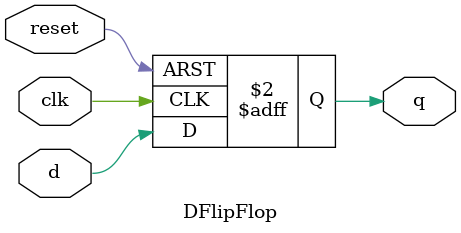
<source format=v>
`timescale 1ns / 1ps


module DFlipFlop(output reg q,
                 input d,
                 input reset,
                 input clk);
    
    always @(posedge clk or posedge reset) begin
        if (reset) begin
            q <= 1'b0;
            end else begin
            q <= d;
        end
    end
endmodule

</source>
